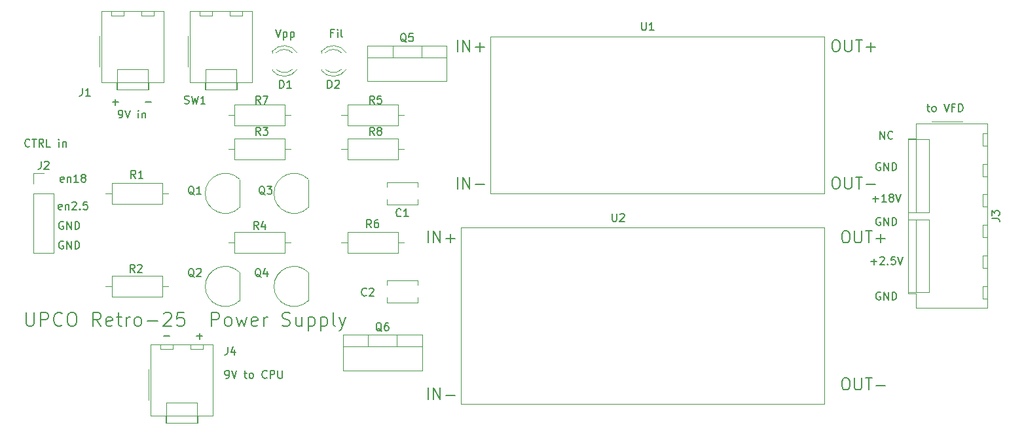
<source format=gbr>
%TF.GenerationSoftware,KiCad,Pcbnew,5.1.6-c6e7f7d~87~ubuntu20.04.1*%
%TF.CreationDate,2020-08-14T15:03:36-04:00*%
%TF.ProjectId,psu,7073752e-6b69-4636-9164-5f7063625858,rev?*%
%TF.SameCoordinates,Original*%
%TF.FileFunction,Legend,Top*%
%TF.FilePolarity,Positive*%
%FSLAX46Y46*%
G04 Gerber Fmt 4.6, Leading zero omitted, Abs format (unit mm)*
G04 Created by KiCad (PCBNEW 5.1.6-c6e7f7d~87~ubuntu20.04.1) date 2020-08-14 15:03:36*
%MOMM*%
%LPD*%
G01*
G04 APERTURE LIST*
%ADD10C,0.150000*%
%ADD11C,0.177800*%
%ADD12C,0.120000*%
%ADD13C,0.152400*%
G04 APERTURE END LIST*
D10*
X107338857Y-77652571D02*
X107005523Y-77652571D01*
X107005523Y-78176380D02*
X107005523Y-77176380D01*
X107481714Y-77176380D01*
X107862666Y-78176380D02*
X107862666Y-77509714D01*
X107862666Y-77176380D02*
X107815047Y-77224000D01*
X107862666Y-77271619D01*
X107910285Y-77224000D01*
X107862666Y-77176380D01*
X107862666Y-77271619D01*
X108481714Y-78176380D02*
X108386476Y-78128761D01*
X108338857Y-78033523D01*
X108338857Y-77176380D01*
X99853904Y-77176380D02*
X100187238Y-78176380D01*
X100520571Y-77176380D01*
X100853904Y-77509714D02*
X100853904Y-78509714D01*
X100853904Y-77557333D02*
X100949142Y-77509714D01*
X101139619Y-77509714D01*
X101234857Y-77557333D01*
X101282476Y-77604952D01*
X101330095Y-77700190D01*
X101330095Y-77985904D01*
X101282476Y-78081142D01*
X101234857Y-78128761D01*
X101139619Y-78176380D01*
X100949142Y-78176380D01*
X100853904Y-78128761D01*
X101758666Y-77509714D02*
X101758666Y-78509714D01*
X101758666Y-77557333D02*
X101853904Y-77509714D01*
X102044380Y-77509714D01*
X102139619Y-77557333D01*
X102187238Y-77604952D01*
X102234857Y-77700190D01*
X102234857Y-77985904D01*
X102187238Y-78081142D01*
X102139619Y-78128761D01*
X102044380Y-78176380D01*
X101853904Y-78176380D01*
X101758666Y-78128761D01*
X72390095Y-104656000D02*
X72294857Y-104608380D01*
X72152000Y-104608380D01*
X72009142Y-104656000D01*
X71913904Y-104751238D01*
X71866285Y-104846476D01*
X71818666Y-105036952D01*
X71818666Y-105179809D01*
X71866285Y-105370285D01*
X71913904Y-105465523D01*
X72009142Y-105560761D01*
X72152000Y-105608380D01*
X72247238Y-105608380D01*
X72390095Y-105560761D01*
X72437714Y-105513142D01*
X72437714Y-105179809D01*
X72247238Y-105179809D01*
X72866285Y-105608380D02*
X72866285Y-104608380D01*
X73437714Y-105608380D01*
X73437714Y-104608380D01*
X73913904Y-105608380D02*
X73913904Y-104608380D01*
X74152000Y-104608380D01*
X74294857Y-104656000D01*
X74390095Y-104751238D01*
X74437714Y-104846476D01*
X74485333Y-105036952D01*
X74485333Y-105179809D01*
X74437714Y-105370285D01*
X74390095Y-105465523D01*
X74294857Y-105560761D01*
X74152000Y-105608380D01*
X73913904Y-105608380D01*
X72390095Y-102116000D02*
X72294857Y-102068380D01*
X72152000Y-102068380D01*
X72009142Y-102116000D01*
X71913904Y-102211238D01*
X71866285Y-102306476D01*
X71818666Y-102496952D01*
X71818666Y-102639809D01*
X71866285Y-102830285D01*
X71913904Y-102925523D01*
X72009142Y-103020761D01*
X72152000Y-103068380D01*
X72247238Y-103068380D01*
X72390095Y-103020761D01*
X72437714Y-102973142D01*
X72437714Y-102639809D01*
X72247238Y-102639809D01*
X72866285Y-103068380D02*
X72866285Y-102068380D01*
X73437714Y-103068380D01*
X73437714Y-102068380D01*
X73913904Y-103068380D02*
X73913904Y-102068380D01*
X74152000Y-102068380D01*
X74294857Y-102116000D01*
X74390095Y-102211238D01*
X74437714Y-102306476D01*
X74485333Y-102496952D01*
X74485333Y-102639809D01*
X74437714Y-102830285D01*
X74390095Y-102925523D01*
X74294857Y-103020761D01*
X74152000Y-103068380D01*
X73913904Y-103068380D01*
X72207619Y-100480761D02*
X72112380Y-100528380D01*
X71921904Y-100528380D01*
X71826666Y-100480761D01*
X71779047Y-100385523D01*
X71779047Y-100004571D01*
X71826666Y-99909333D01*
X71921904Y-99861714D01*
X72112380Y-99861714D01*
X72207619Y-99909333D01*
X72255238Y-100004571D01*
X72255238Y-100099809D01*
X71779047Y-100195047D01*
X72683809Y-99861714D02*
X72683809Y-100528380D01*
X72683809Y-99956952D02*
X72731428Y-99909333D01*
X72826666Y-99861714D01*
X72969523Y-99861714D01*
X73064761Y-99909333D01*
X73112380Y-100004571D01*
X73112380Y-100528380D01*
X73540952Y-99623619D02*
X73588571Y-99576000D01*
X73683809Y-99528380D01*
X73921904Y-99528380D01*
X74017142Y-99576000D01*
X74064761Y-99623619D01*
X74112380Y-99718857D01*
X74112380Y-99814095D01*
X74064761Y-99956952D01*
X73493333Y-100528380D01*
X74112380Y-100528380D01*
X74540952Y-100433142D02*
X74588571Y-100480761D01*
X74540952Y-100528380D01*
X74493333Y-100480761D01*
X74540952Y-100433142D01*
X74540952Y-100528380D01*
X75493333Y-99528380D02*
X75017142Y-99528380D01*
X74969523Y-100004571D01*
X75017142Y-99956952D01*
X75112380Y-99909333D01*
X75350476Y-99909333D01*
X75445714Y-99956952D01*
X75493333Y-100004571D01*
X75540952Y-100099809D01*
X75540952Y-100337904D01*
X75493333Y-100433142D01*
X75445714Y-100480761D01*
X75350476Y-100528380D01*
X75112380Y-100528380D01*
X75017142Y-100480761D01*
X74969523Y-100433142D01*
X72445714Y-96924761D02*
X72350476Y-96972380D01*
X72160000Y-96972380D01*
X72064761Y-96924761D01*
X72017142Y-96829523D01*
X72017142Y-96448571D01*
X72064761Y-96353333D01*
X72160000Y-96305714D01*
X72350476Y-96305714D01*
X72445714Y-96353333D01*
X72493333Y-96448571D01*
X72493333Y-96543809D01*
X72017142Y-96639047D01*
X72921904Y-96305714D02*
X72921904Y-96972380D01*
X72921904Y-96400952D02*
X72969523Y-96353333D01*
X73064761Y-96305714D01*
X73207619Y-96305714D01*
X73302857Y-96353333D01*
X73350476Y-96448571D01*
X73350476Y-96972380D01*
X74350476Y-96972380D02*
X73779047Y-96972380D01*
X74064761Y-96972380D02*
X74064761Y-95972380D01*
X73969523Y-96115238D01*
X73874285Y-96210476D01*
X73779047Y-96258095D01*
X74921904Y-96400952D02*
X74826666Y-96353333D01*
X74779047Y-96305714D01*
X74731428Y-96210476D01*
X74731428Y-96162857D01*
X74779047Y-96067619D01*
X74826666Y-96020000D01*
X74921904Y-95972380D01*
X75112380Y-95972380D01*
X75207619Y-96020000D01*
X75255238Y-96067619D01*
X75302857Y-96162857D01*
X75302857Y-96210476D01*
X75255238Y-96305714D01*
X75207619Y-96353333D01*
X75112380Y-96400952D01*
X74921904Y-96400952D01*
X74826666Y-96448571D01*
X74779047Y-96496190D01*
X74731428Y-96591428D01*
X74731428Y-96781904D01*
X74779047Y-96877142D01*
X74826666Y-96924761D01*
X74921904Y-96972380D01*
X75112380Y-96972380D01*
X75207619Y-96924761D01*
X75255238Y-96877142D01*
X75302857Y-96781904D01*
X75302857Y-96591428D01*
X75255238Y-96496190D01*
X75207619Y-96448571D01*
X75112380Y-96400952D01*
X68056380Y-92305142D02*
X68008761Y-92352761D01*
X67865904Y-92400380D01*
X67770666Y-92400380D01*
X67627809Y-92352761D01*
X67532571Y-92257523D01*
X67484952Y-92162285D01*
X67437333Y-91971809D01*
X67437333Y-91828952D01*
X67484952Y-91638476D01*
X67532571Y-91543238D01*
X67627809Y-91448000D01*
X67770666Y-91400380D01*
X67865904Y-91400380D01*
X68008761Y-91448000D01*
X68056380Y-91495619D01*
X68342095Y-91400380D02*
X68913523Y-91400380D01*
X68627809Y-92400380D02*
X68627809Y-91400380D01*
X69818285Y-92400380D02*
X69484952Y-91924190D01*
X69246857Y-92400380D02*
X69246857Y-91400380D01*
X69627809Y-91400380D01*
X69723047Y-91448000D01*
X69770666Y-91495619D01*
X69818285Y-91590857D01*
X69818285Y-91733714D01*
X69770666Y-91828952D01*
X69723047Y-91876571D01*
X69627809Y-91924190D01*
X69246857Y-91924190D01*
X70723047Y-92400380D02*
X70246857Y-92400380D01*
X70246857Y-91400380D01*
X71818285Y-92400380D02*
X71818285Y-91733714D01*
X71818285Y-91400380D02*
X71770666Y-91448000D01*
X71818285Y-91495619D01*
X71865904Y-91448000D01*
X71818285Y-91400380D01*
X71818285Y-91495619D01*
X72294476Y-91733714D02*
X72294476Y-92400380D01*
X72294476Y-91828952D02*
X72342095Y-91781333D01*
X72437333Y-91733714D01*
X72580190Y-91733714D01*
X72675428Y-91781333D01*
X72723047Y-91876571D01*
X72723047Y-92400380D01*
X184055047Y-87161714D02*
X184436000Y-87161714D01*
X184197904Y-86828380D02*
X184197904Y-87685523D01*
X184245523Y-87780761D01*
X184340761Y-87828380D01*
X184436000Y-87828380D01*
X184912190Y-87828380D02*
X184816952Y-87780761D01*
X184769333Y-87733142D01*
X184721714Y-87637904D01*
X184721714Y-87352190D01*
X184769333Y-87256952D01*
X184816952Y-87209333D01*
X184912190Y-87161714D01*
X185055047Y-87161714D01*
X185150285Y-87209333D01*
X185197904Y-87256952D01*
X185245523Y-87352190D01*
X185245523Y-87637904D01*
X185197904Y-87733142D01*
X185150285Y-87780761D01*
X185055047Y-87828380D01*
X184912190Y-87828380D01*
X186293142Y-86828380D02*
X186626476Y-87828380D01*
X186959809Y-86828380D01*
X187626476Y-87304571D02*
X187293142Y-87304571D01*
X187293142Y-87828380D02*
X187293142Y-86828380D01*
X187769333Y-86828380D01*
X188150285Y-87828380D02*
X188150285Y-86828380D01*
X188388380Y-86828380D01*
X188531238Y-86876000D01*
X188626476Y-86971238D01*
X188674095Y-87066476D01*
X188721714Y-87256952D01*
X188721714Y-87399809D01*
X188674095Y-87590285D01*
X188626476Y-87685523D01*
X188531238Y-87780761D01*
X188388380Y-87828380D01*
X188150285Y-87828380D01*
X178054095Y-111260000D02*
X177958857Y-111212380D01*
X177816000Y-111212380D01*
X177673142Y-111260000D01*
X177577904Y-111355238D01*
X177530285Y-111450476D01*
X177482666Y-111640952D01*
X177482666Y-111783809D01*
X177530285Y-111974285D01*
X177577904Y-112069523D01*
X177673142Y-112164761D01*
X177816000Y-112212380D01*
X177911238Y-112212380D01*
X178054095Y-112164761D01*
X178101714Y-112117142D01*
X178101714Y-111783809D01*
X177911238Y-111783809D01*
X178530285Y-112212380D02*
X178530285Y-111212380D01*
X179101714Y-112212380D01*
X179101714Y-111212380D01*
X179577904Y-112212380D02*
X179577904Y-111212380D01*
X179816000Y-111212380D01*
X179958857Y-111260000D01*
X180054095Y-111355238D01*
X180101714Y-111450476D01*
X180149333Y-111640952D01*
X180149333Y-111783809D01*
X180101714Y-111974285D01*
X180054095Y-112069523D01*
X179958857Y-112164761D01*
X179816000Y-112212380D01*
X179577904Y-112212380D01*
X176816000Y-107259428D02*
X177577904Y-107259428D01*
X177196952Y-107640380D02*
X177196952Y-106878476D01*
X178006476Y-106735619D02*
X178054095Y-106688000D01*
X178149333Y-106640380D01*
X178387428Y-106640380D01*
X178482666Y-106688000D01*
X178530285Y-106735619D01*
X178577904Y-106830857D01*
X178577904Y-106926095D01*
X178530285Y-107068952D01*
X177958857Y-107640380D01*
X178577904Y-107640380D01*
X179006476Y-107545142D02*
X179054095Y-107592761D01*
X179006476Y-107640380D01*
X178958857Y-107592761D01*
X179006476Y-107545142D01*
X179006476Y-107640380D01*
X179958857Y-106640380D02*
X179482666Y-106640380D01*
X179435047Y-107116571D01*
X179482666Y-107068952D01*
X179577904Y-107021333D01*
X179816000Y-107021333D01*
X179911238Y-107068952D01*
X179958857Y-107116571D01*
X180006476Y-107211809D01*
X180006476Y-107449904D01*
X179958857Y-107545142D01*
X179911238Y-107592761D01*
X179816000Y-107640380D01*
X179577904Y-107640380D01*
X179482666Y-107592761D01*
X179435047Y-107545142D01*
X180292190Y-106640380D02*
X180625523Y-107640380D01*
X180958857Y-106640380D01*
X178054095Y-101608000D02*
X177958857Y-101560380D01*
X177816000Y-101560380D01*
X177673142Y-101608000D01*
X177577904Y-101703238D01*
X177530285Y-101798476D01*
X177482666Y-101988952D01*
X177482666Y-102131809D01*
X177530285Y-102322285D01*
X177577904Y-102417523D01*
X177673142Y-102512761D01*
X177816000Y-102560380D01*
X177911238Y-102560380D01*
X178054095Y-102512761D01*
X178101714Y-102465142D01*
X178101714Y-102131809D01*
X177911238Y-102131809D01*
X178530285Y-102560380D02*
X178530285Y-101560380D01*
X179101714Y-102560380D01*
X179101714Y-101560380D01*
X179577904Y-102560380D02*
X179577904Y-101560380D01*
X179816000Y-101560380D01*
X179958857Y-101608000D01*
X180054095Y-101703238D01*
X180101714Y-101798476D01*
X180149333Y-101988952D01*
X180149333Y-102131809D01*
X180101714Y-102322285D01*
X180054095Y-102417523D01*
X179958857Y-102512761D01*
X179816000Y-102560380D01*
X179577904Y-102560380D01*
X177054095Y-99131428D02*
X177816000Y-99131428D01*
X177435047Y-99512380D02*
X177435047Y-98750476D01*
X178816000Y-99512380D02*
X178244571Y-99512380D01*
X178530285Y-99512380D02*
X178530285Y-98512380D01*
X178435047Y-98655238D01*
X178339809Y-98750476D01*
X178244571Y-98798095D01*
X179387428Y-98940952D02*
X179292190Y-98893333D01*
X179244571Y-98845714D01*
X179196952Y-98750476D01*
X179196952Y-98702857D01*
X179244571Y-98607619D01*
X179292190Y-98560000D01*
X179387428Y-98512380D01*
X179577904Y-98512380D01*
X179673142Y-98560000D01*
X179720761Y-98607619D01*
X179768380Y-98702857D01*
X179768380Y-98750476D01*
X179720761Y-98845714D01*
X179673142Y-98893333D01*
X179577904Y-98940952D01*
X179387428Y-98940952D01*
X179292190Y-98988571D01*
X179244571Y-99036190D01*
X179196952Y-99131428D01*
X179196952Y-99321904D01*
X179244571Y-99417142D01*
X179292190Y-99464761D01*
X179387428Y-99512380D01*
X179577904Y-99512380D01*
X179673142Y-99464761D01*
X179720761Y-99417142D01*
X179768380Y-99321904D01*
X179768380Y-99131428D01*
X179720761Y-99036190D01*
X179673142Y-98988571D01*
X179577904Y-98940952D01*
X180054095Y-98512380D02*
X180387428Y-99512380D01*
X180720761Y-98512380D01*
X178054095Y-94496000D02*
X177958857Y-94448380D01*
X177816000Y-94448380D01*
X177673142Y-94496000D01*
X177577904Y-94591238D01*
X177530285Y-94686476D01*
X177482666Y-94876952D01*
X177482666Y-95019809D01*
X177530285Y-95210285D01*
X177577904Y-95305523D01*
X177673142Y-95400761D01*
X177816000Y-95448380D01*
X177911238Y-95448380D01*
X178054095Y-95400761D01*
X178101714Y-95353142D01*
X178101714Y-95019809D01*
X177911238Y-95019809D01*
X178530285Y-95448380D02*
X178530285Y-94448380D01*
X179101714Y-95448380D01*
X179101714Y-94448380D01*
X179577904Y-95448380D02*
X179577904Y-94448380D01*
X179816000Y-94448380D01*
X179958857Y-94496000D01*
X180054095Y-94591238D01*
X180101714Y-94686476D01*
X180149333Y-94876952D01*
X180149333Y-95019809D01*
X180101714Y-95210285D01*
X180054095Y-95305523D01*
X179958857Y-95400761D01*
X179816000Y-95448380D01*
X179577904Y-95448380D01*
X178030285Y-91384380D02*
X178030285Y-90384380D01*
X178601714Y-91384380D01*
X178601714Y-90384380D01*
X179649333Y-91289142D02*
X179601714Y-91336761D01*
X179458857Y-91384380D01*
X179363619Y-91384380D01*
X179220761Y-91336761D01*
X179125523Y-91241523D01*
X179077904Y-91146285D01*
X179030285Y-90955809D01*
X179030285Y-90812952D01*
X179077904Y-90622476D01*
X179125523Y-90527238D01*
X179220761Y-90432000D01*
X179363619Y-90384380D01*
X179458857Y-90384380D01*
X179601714Y-90432000D01*
X179649333Y-90479619D01*
X85360190Y-116911428D02*
X86122095Y-116911428D01*
X89645904Y-116911428D02*
X90407809Y-116911428D01*
X90026857Y-117292380D02*
X90026857Y-116530476D01*
X78756190Y-86622428D02*
X79518095Y-86622428D01*
X79137142Y-87003380D02*
X79137142Y-86241476D01*
X83041904Y-86622428D02*
X83803809Y-86622428D01*
X79589523Y-88653380D02*
X79780000Y-88653380D01*
X79875238Y-88605761D01*
X79922857Y-88558142D01*
X80018095Y-88415285D01*
X80065714Y-88224809D01*
X80065714Y-87843857D01*
X80018095Y-87748619D01*
X79970476Y-87701000D01*
X79875238Y-87653380D01*
X79684761Y-87653380D01*
X79589523Y-87701000D01*
X79541904Y-87748619D01*
X79494285Y-87843857D01*
X79494285Y-88081952D01*
X79541904Y-88177190D01*
X79589523Y-88224809D01*
X79684761Y-88272428D01*
X79875238Y-88272428D01*
X79970476Y-88224809D01*
X80018095Y-88177190D01*
X80065714Y-88081952D01*
X80351428Y-87653380D02*
X80684761Y-88653380D01*
X81018095Y-87653380D01*
X82113333Y-88653380D02*
X82113333Y-87986714D01*
X82113333Y-87653380D02*
X82065714Y-87701000D01*
X82113333Y-87748619D01*
X82160952Y-87701000D01*
X82113333Y-87653380D01*
X82113333Y-87748619D01*
X82589523Y-87986714D02*
X82589523Y-88653380D01*
X82589523Y-88081952D02*
X82637142Y-88034333D01*
X82732380Y-87986714D01*
X82875238Y-87986714D01*
X82970476Y-88034333D01*
X83018095Y-88129571D01*
X83018095Y-88653380D01*
X93385142Y-122372380D02*
X93575619Y-122372380D01*
X93670857Y-122324761D01*
X93718476Y-122277142D01*
X93813714Y-122134285D01*
X93861333Y-121943809D01*
X93861333Y-121562857D01*
X93813714Y-121467619D01*
X93766095Y-121420000D01*
X93670857Y-121372380D01*
X93480380Y-121372380D01*
X93385142Y-121420000D01*
X93337523Y-121467619D01*
X93289904Y-121562857D01*
X93289904Y-121800952D01*
X93337523Y-121896190D01*
X93385142Y-121943809D01*
X93480380Y-121991428D01*
X93670857Y-121991428D01*
X93766095Y-121943809D01*
X93813714Y-121896190D01*
X93861333Y-121800952D01*
X94147047Y-121372380D02*
X94480380Y-122372380D01*
X94813714Y-121372380D01*
X95766095Y-121705714D02*
X96147047Y-121705714D01*
X95908952Y-121372380D02*
X95908952Y-122229523D01*
X95956571Y-122324761D01*
X96051809Y-122372380D01*
X96147047Y-122372380D01*
X96623238Y-122372380D02*
X96528000Y-122324761D01*
X96480380Y-122277142D01*
X96432761Y-122181904D01*
X96432761Y-121896190D01*
X96480380Y-121800952D01*
X96528000Y-121753333D01*
X96623238Y-121705714D01*
X96766095Y-121705714D01*
X96861333Y-121753333D01*
X96908952Y-121800952D01*
X96956571Y-121896190D01*
X96956571Y-122181904D01*
X96908952Y-122277142D01*
X96861333Y-122324761D01*
X96766095Y-122372380D01*
X96623238Y-122372380D01*
X98718476Y-122277142D02*
X98670857Y-122324761D01*
X98528000Y-122372380D01*
X98432761Y-122372380D01*
X98289904Y-122324761D01*
X98194666Y-122229523D01*
X98147047Y-122134285D01*
X98099428Y-121943809D01*
X98099428Y-121800952D01*
X98147047Y-121610476D01*
X98194666Y-121515238D01*
X98289904Y-121420000D01*
X98432761Y-121372380D01*
X98528000Y-121372380D01*
X98670857Y-121420000D01*
X98718476Y-121467619D01*
X99147047Y-122372380D02*
X99147047Y-121372380D01*
X99528000Y-121372380D01*
X99623238Y-121420000D01*
X99670857Y-121467619D01*
X99718476Y-121562857D01*
X99718476Y-121705714D01*
X99670857Y-121800952D01*
X99623238Y-121848571D01*
X99528000Y-121896190D01*
X99147047Y-121896190D01*
X100147047Y-121372380D02*
X100147047Y-122181904D01*
X100194666Y-122277142D01*
X100242285Y-122324761D01*
X100337523Y-122372380D01*
X100528000Y-122372380D01*
X100623238Y-122324761D01*
X100670857Y-122277142D01*
X100718476Y-122181904D01*
X100718476Y-121372380D01*
D11*
X67594903Y-113834333D02*
X67594903Y-115273666D01*
X67679570Y-115443000D01*
X67764236Y-115527666D01*
X67933570Y-115612333D01*
X68272236Y-115612333D01*
X68441570Y-115527666D01*
X68526236Y-115443000D01*
X68610903Y-115273666D01*
X68610903Y-113834333D01*
X69457570Y-115612333D02*
X69457570Y-113834333D01*
X70134903Y-113834333D01*
X70304236Y-113919000D01*
X70388903Y-114003666D01*
X70473570Y-114173000D01*
X70473570Y-114427000D01*
X70388903Y-114596333D01*
X70304236Y-114681000D01*
X70134903Y-114765666D01*
X69457570Y-114765666D01*
X72251570Y-115443000D02*
X72166903Y-115527666D01*
X71912903Y-115612333D01*
X71743570Y-115612333D01*
X71489570Y-115527666D01*
X71320236Y-115358333D01*
X71235570Y-115189000D01*
X71150903Y-114850333D01*
X71150903Y-114596333D01*
X71235570Y-114257666D01*
X71320236Y-114088333D01*
X71489570Y-113919000D01*
X71743570Y-113834333D01*
X71912903Y-113834333D01*
X72166903Y-113919000D01*
X72251570Y-114003666D01*
X73352236Y-113834333D02*
X73690903Y-113834333D01*
X73860236Y-113919000D01*
X74029570Y-114088333D01*
X74114236Y-114427000D01*
X74114236Y-115019666D01*
X74029570Y-115358333D01*
X73860236Y-115527666D01*
X73690903Y-115612333D01*
X73352236Y-115612333D01*
X73182903Y-115527666D01*
X73013570Y-115358333D01*
X72928903Y-115019666D01*
X72928903Y-114427000D01*
X73013570Y-114088333D01*
X73182903Y-113919000D01*
X73352236Y-113834333D01*
X77246903Y-115612333D02*
X76654236Y-114765666D01*
X76230903Y-115612333D02*
X76230903Y-113834333D01*
X76908236Y-113834333D01*
X77077570Y-113919000D01*
X77162236Y-114003666D01*
X77246903Y-114173000D01*
X77246903Y-114427000D01*
X77162236Y-114596333D01*
X77077570Y-114681000D01*
X76908236Y-114765666D01*
X76230903Y-114765666D01*
X78686236Y-115527666D02*
X78516903Y-115612333D01*
X78178236Y-115612333D01*
X78008903Y-115527666D01*
X77924236Y-115358333D01*
X77924236Y-114681000D01*
X78008903Y-114511666D01*
X78178236Y-114427000D01*
X78516903Y-114427000D01*
X78686236Y-114511666D01*
X78770903Y-114681000D01*
X78770903Y-114850333D01*
X77924236Y-115019666D01*
X79278903Y-114427000D02*
X79956236Y-114427000D01*
X79532903Y-113834333D02*
X79532903Y-115358333D01*
X79617570Y-115527666D01*
X79786903Y-115612333D01*
X79956236Y-115612333D01*
X80548903Y-115612333D02*
X80548903Y-114427000D01*
X80548903Y-114765666D02*
X80633570Y-114596333D01*
X80718236Y-114511666D01*
X80887570Y-114427000D01*
X81056903Y-114427000D01*
X81903570Y-115612333D02*
X81734236Y-115527666D01*
X81649570Y-115443000D01*
X81564903Y-115273666D01*
X81564903Y-114765666D01*
X81649570Y-114596333D01*
X81734236Y-114511666D01*
X81903570Y-114427000D01*
X82157570Y-114427000D01*
X82326903Y-114511666D01*
X82411570Y-114596333D01*
X82496236Y-114765666D01*
X82496236Y-115273666D01*
X82411570Y-115443000D01*
X82326903Y-115527666D01*
X82157570Y-115612333D01*
X81903570Y-115612333D01*
X83258236Y-114935000D02*
X84612903Y-114935000D01*
X85374903Y-114003666D02*
X85459570Y-113919000D01*
X85628903Y-113834333D01*
X86052236Y-113834333D01*
X86221570Y-113919000D01*
X86306236Y-114003666D01*
X86390903Y-114173000D01*
X86390903Y-114342333D01*
X86306236Y-114596333D01*
X85290236Y-115612333D01*
X86390903Y-115612333D01*
X87999570Y-113834333D02*
X87152903Y-113834333D01*
X87068236Y-114681000D01*
X87152903Y-114596333D01*
X87322236Y-114511666D01*
X87745570Y-114511666D01*
X87914903Y-114596333D01*
X87999570Y-114681000D01*
X88084236Y-114850333D01*
X88084236Y-115273666D01*
X87999570Y-115443000D01*
X87914903Y-115527666D01*
X87745570Y-115612333D01*
X87322236Y-115612333D01*
X87152903Y-115527666D01*
X87068236Y-115443000D01*
X91555570Y-115612333D02*
X91555570Y-113834333D01*
X92232903Y-113834333D01*
X92402236Y-113919000D01*
X92486903Y-114003666D01*
X92571570Y-114173000D01*
X92571570Y-114427000D01*
X92486903Y-114596333D01*
X92402236Y-114681000D01*
X92232903Y-114765666D01*
X91555570Y-114765666D01*
X93587570Y-115612333D02*
X93418236Y-115527666D01*
X93333570Y-115443000D01*
X93248903Y-115273666D01*
X93248903Y-114765666D01*
X93333570Y-114596333D01*
X93418236Y-114511666D01*
X93587570Y-114427000D01*
X93841570Y-114427000D01*
X94010903Y-114511666D01*
X94095570Y-114596333D01*
X94180236Y-114765666D01*
X94180236Y-115273666D01*
X94095570Y-115443000D01*
X94010903Y-115527666D01*
X93841570Y-115612333D01*
X93587570Y-115612333D01*
X94772903Y-114427000D02*
X95111570Y-115612333D01*
X95450236Y-114765666D01*
X95788903Y-115612333D01*
X96127570Y-114427000D01*
X97482236Y-115527666D02*
X97312903Y-115612333D01*
X96974236Y-115612333D01*
X96804903Y-115527666D01*
X96720236Y-115358333D01*
X96720236Y-114681000D01*
X96804903Y-114511666D01*
X96974236Y-114427000D01*
X97312903Y-114427000D01*
X97482236Y-114511666D01*
X97566903Y-114681000D01*
X97566903Y-114850333D01*
X96720236Y-115019666D01*
X98328903Y-115612333D02*
X98328903Y-114427000D01*
X98328903Y-114765666D02*
X98413570Y-114596333D01*
X98498236Y-114511666D01*
X98667570Y-114427000D01*
X98836903Y-114427000D01*
X100699570Y-115527666D02*
X100953570Y-115612333D01*
X101376903Y-115612333D01*
X101546236Y-115527666D01*
X101630903Y-115443000D01*
X101715570Y-115273666D01*
X101715570Y-115104333D01*
X101630903Y-114935000D01*
X101546236Y-114850333D01*
X101376903Y-114765666D01*
X101038236Y-114681000D01*
X100868903Y-114596333D01*
X100784236Y-114511666D01*
X100699570Y-114342333D01*
X100699570Y-114173000D01*
X100784236Y-114003666D01*
X100868903Y-113919000D01*
X101038236Y-113834333D01*
X101461570Y-113834333D01*
X101715570Y-113919000D01*
X103239570Y-114427000D02*
X103239570Y-115612333D01*
X102477570Y-114427000D02*
X102477570Y-115358333D01*
X102562236Y-115527666D01*
X102731570Y-115612333D01*
X102985570Y-115612333D01*
X103154903Y-115527666D01*
X103239570Y-115443000D01*
X104086236Y-114427000D02*
X104086236Y-116205000D01*
X104086236Y-114511666D02*
X104255570Y-114427000D01*
X104594236Y-114427000D01*
X104763570Y-114511666D01*
X104848236Y-114596333D01*
X104932903Y-114765666D01*
X104932903Y-115273666D01*
X104848236Y-115443000D01*
X104763570Y-115527666D01*
X104594236Y-115612333D01*
X104255570Y-115612333D01*
X104086236Y-115527666D01*
X105694903Y-114427000D02*
X105694903Y-116205000D01*
X105694903Y-114511666D02*
X105864236Y-114427000D01*
X106202903Y-114427000D01*
X106372236Y-114511666D01*
X106456903Y-114596333D01*
X106541570Y-114765666D01*
X106541570Y-115273666D01*
X106456903Y-115443000D01*
X106372236Y-115527666D01*
X106202903Y-115612333D01*
X105864236Y-115612333D01*
X105694903Y-115527666D01*
X107557570Y-115612333D02*
X107388236Y-115527666D01*
X107303570Y-115358333D01*
X107303570Y-113834333D01*
X108065570Y-114427000D02*
X108488903Y-115612333D01*
X108912236Y-114427000D02*
X108488903Y-115612333D01*
X108319570Y-116035666D01*
X108234903Y-116120333D01*
X108065570Y-116205000D01*
D12*
%TO.C,R7*%
X101830000Y-88265000D02*
X101060000Y-88265000D01*
X93750000Y-88265000D02*
X94520000Y-88265000D01*
X101060000Y-86895000D02*
X94520000Y-86895000D01*
X101060000Y-89635000D02*
X101060000Y-86895000D01*
X94520000Y-89635000D02*
X101060000Y-89635000D01*
X94520000Y-86895000D02*
X94520000Y-89635000D01*
%TO.C,R8*%
X108355000Y-88265000D02*
X109125000Y-88265000D01*
X116435000Y-88265000D02*
X115665000Y-88265000D01*
X109125000Y-89635000D02*
X115665000Y-89635000D01*
X109125000Y-86895000D02*
X109125000Y-89635000D01*
X115665000Y-86895000D02*
X109125000Y-86895000D01*
X115665000Y-89635000D02*
X115665000Y-86895000D01*
%TO.C,C1*%
X118245000Y-99845000D02*
X114205000Y-99845000D01*
X118245000Y-97005000D02*
X114205000Y-97005000D01*
X118245000Y-99845000D02*
X118245000Y-99220000D01*
X118245000Y-97630000D02*
X118245000Y-97005000D01*
X114205000Y-99845000D02*
X114205000Y-99220000D01*
X114205000Y-97630000D02*
X114205000Y-97005000D01*
%TO.C,C2*%
X114205000Y-110330000D02*
X114205000Y-109705000D01*
X114205000Y-112545000D02*
X114205000Y-111920000D01*
X118245000Y-110330000D02*
X118245000Y-109705000D01*
X118245000Y-112545000D02*
X118245000Y-111920000D01*
X118245000Y-109705000D02*
X114205000Y-109705000D01*
X118245000Y-112545000D02*
X114205000Y-112545000D01*
%TO.C,D1*%
X99405000Y-82360000D02*
X99405000Y-82516000D01*
X99405000Y-80044000D02*
X99405000Y-80200000D01*
X102637335Y-80201392D02*
G75*
G03*
X99405000Y-80044484I-1672335J-1078608D01*
G01*
X102637335Y-82358608D02*
G75*
G02*
X99405000Y-82515516I-1672335J1078608D01*
G01*
X102006130Y-80200163D02*
G75*
G03*
X99924039Y-80200000I-1041130J-1079837D01*
G01*
X102006130Y-82359837D02*
G75*
G02*
X99924039Y-82360000I-1041130J1079837D01*
G01*
%TO.C,D2*%
X105755000Y-80044000D02*
X105755000Y-80200000D01*
X105755000Y-82360000D02*
X105755000Y-82516000D01*
X108356130Y-82359837D02*
G75*
G02*
X106274039Y-82360000I-1041130J1079837D01*
G01*
X108356130Y-80200163D02*
G75*
G03*
X106274039Y-80200000I-1041130J-1079837D01*
G01*
X108987335Y-82358608D02*
G75*
G02*
X105755000Y-82515516I-1672335J1078608D01*
G01*
X108987335Y-80201392D02*
G75*
G03*
X105755000Y-80044484I-1672335J-1078608D01*
G01*
%TO.C,J1*%
X84135000Y-75390000D02*
X84135000Y-74790000D01*
X82535000Y-75390000D02*
X84135000Y-75390000D01*
X82535000Y-74790000D02*
X82535000Y-75390000D01*
X80175000Y-75390000D02*
X80175000Y-74790000D01*
X78575000Y-75390000D02*
X80175000Y-75390000D01*
X78575000Y-74790000D02*
X78575000Y-75390000D01*
X83335000Y-82350000D02*
X83335000Y-84020000D01*
X79375000Y-82350000D02*
X83335000Y-82350000D01*
X79375000Y-84020000D02*
X79375000Y-82350000D01*
X83335000Y-84020000D02*
X83335000Y-85020000D01*
X79375000Y-84020000D02*
X83335000Y-84020000D01*
X79375000Y-85020000D02*
X79375000Y-84020000D01*
X77065000Y-78010000D02*
X77065000Y-82010000D01*
X77355000Y-84015000D02*
X77355000Y-74790000D01*
X79260000Y-84015000D02*
X77355000Y-84015000D01*
X79260000Y-85020000D02*
X79260000Y-84015000D01*
X83450000Y-85020000D02*
X79260000Y-85020000D01*
X83450000Y-84015000D02*
X83450000Y-85020000D01*
X85355000Y-84015000D02*
X83450000Y-84015000D01*
X85355000Y-74790000D02*
X85355000Y-84015000D01*
X77355000Y-74790000D02*
X85355000Y-74790000D01*
%TO.C,J2*%
X68520000Y-95825000D02*
X69850000Y-95825000D01*
X68520000Y-97155000D02*
X68520000Y-95825000D01*
X68520000Y-98425000D02*
X71180000Y-98425000D01*
X71180000Y-98425000D02*
X71180000Y-106105000D01*
X68520000Y-98425000D02*
X68520000Y-106105000D01*
X68520000Y-106105000D02*
X71180000Y-106105000D01*
%TO.C,J3*%
X191310000Y-112040000D02*
X191910000Y-112040000D01*
X191310000Y-110440000D02*
X191310000Y-112040000D01*
X191910000Y-110440000D02*
X191310000Y-110440000D01*
X191310000Y-108080000D02*
X191910000Y-108080000D01*
X191310000Y-106480000D02*
X191310000Y-108080000D01*
X191910000Y-106480000D02*
X191310000Y-106480000D01*
X191310000Y-104120000D02*
X191910000Y-104120000D01*
X191310000Y-102520000D02*
X191310000Y-104120000D01*
X191910000Y-102520000D02*
X191310000Y-102520000D01*
X191310000Y-100160000D02*
X191910000Y-100160000D01*
X191310000Y-98560000D02*
X191310000Y-100160000D01*
X191910000Y-98560000D02*
X191310000Y-98560000D01*
X191310000Y-96200000D02*
X191910000Y-96200000D01*
X191310000Y-94600000D02*
X191310000Y-96200000D01*
X191910000Y-94600000D02*
X191310000Y-94600000D01*
X191310000Y-92240000D02*
X191910000Y-92240000D01*
X191310000Y-90640000D02*
X191310000Y-92240000D01*
X191910000Y-90640000D02*
X191310000Y-90640000D01*
X184350000Y-111240000D02*
X182680000Y-111240000D01*
X184350000Y-101820000D02*
X184350000Y-111240000D01*
X182680000Y-101820000D02*
X184350000Y-101820000D01*
X182680000Y-111240000D02*
X181680000Y-111240000D01*
X182680000Y-101820000D02*
X182680000Y-111240000D01*
X181680000Y-101820000D02*
X182680000Y-101820000D01*
X184350000Y-100860000D02*
X182680000Y-100860000D01*
X184350000Y-91440000D02*
X184350000Y-100860000D01*
X182680000Y-91440000D02*
X184350000Y-91440000D01*
X182680000Y-100860000D02*
X181680000Y-100860000D01*
X182680000Y-91440000D02*
X182680000Y-100860000D01*
X181680000Y-91440000D02*
X182680000Y-91440000D01*
X188690000Y-89130000D02*
X184690000Y-89130000D01*
X182685000Y-89420000D02*
X191910000Y-89420000D01*
X182685000Y-91325000D02*
X182685000Y-89420000D01*
X181680000Y-91325000D02*
X182685000Y-91325000D01*
X181680000Y-111355000D02*
X181680000Y-91325000D01*
X182685000Y-111355000D02*
X181680000Y-111355000D01*
X182685000Y-113260000D02*
X182685000Y-111355000D01*
X191910000Y-113260000D02*
X182685000Y-113260000D01*
X191910000Y-89420000D02*
X191910000Y-113260000D01*
%TO.C,Q1*%
X95195000Y-100225000D02*
X95195000Y-96625000D01*
X95183478Y-96586522D02*
G75*
G03*
X90745000Y-98425000I-1838478J-1838478D01*
G01*
X95183478Y-100263478D02*
G75*
G02*
X90745000Y-98425000I-1838478J1838478D01*
G01*
%TO.C,Q2*%
X95195000Y-112290000D02*
X95195000Y-108690000D01*
X95183478Y-108651522D02*
G75*
G03*
X90745000Y-110490000I-1838478J-1838478D01*
G01*
X95183478Y-112328478D02*
G75*
G02*
X90745000Y-110490000I-1838478J1838478D01*
G01*
%TO.C,Q3*%
X104085000Y-100225000D02*
X104085000Y-96625000D01*
X104073478Y-100263478D02*
G75*
G02*
X99635000Y-98425000I-1838478J1838478D01*
G01*
X104073478Y-96586522D02*
G75*
G03*
X99635000Y-98425000I-1838478J-1838478D01*
G01*
%TO.C,Q4*%
X104085000Y-112290000D02*
X104085000Y-108690000D01*
X104073478Y-112328478D02*
G75*
G02*
X99635000Y-110490000I-1838478J1838478D01*
G01*
X104073478Y-108651522D02*
G75*
G03*
X99635000Y-110490000I-1838478J-1838478D01*
G01*
%TO.C,Q5*%
X118691000Y-79280000D02*
X118691000Y-80790000D01*
X114990000Y-79280000D02*
X114990000Y-80790000D01*
X111720000Y-80790000D02*
X121960000Y-80790000D01*
X121960000Y-79280000D02*
X121960000Y-83921000D01*
X111720000Y-79280000D02*
X111720000Y-83921000D01*
X111720000Y-83921000D02*
X121960000Y-83921000D01*
X111720000Y-79280000D02*
X121960000Y-79280000D01*
%TO.C,Q6*%
X108545000Y-116745000D02*
X118785000Y-116745000D01*
X108545000Y-121386000D02*
X118785000Y-121386000D01*
X108545000Y-116745000D02*
X108545000Y-121386000D01*
X118785000Y-116745000D02*
X118785000Y-121386000D01*
X108545000Y-118255000D02*
X118785000Y-118255000D01*
X111815000Y-116745000D02*
X111815000Y-118255000D01*
X115516000Y-116745000D02*
X115516000Y-118255000D01*
%TO.C,R1*%
X77875000Y-98425000D02*
X78645000Y-98425000D01*
X85955000Y-98425000D02*
X85185000Y-98425000D01*
X78645000Y-99795000D02*
X85185000Y-99795000D01*
X78645000Y-97055000D02*
X78645000Y-99795000D01*
X85185000Y-97055000D02*
X78645000Y-97055000D01*
X85185000Y-99795000D02*
X85185000Y-97055000D01*
%TO.C,R2*%
X85185000Y-111860000D02*
X85185000Y-109120000D01*
X85185000Y-109120000D02*
X78645000Y-109120000D01*
X78645000Y-109120000D02*
X78645000Y-111860000D01*
X78645000Y-111860000D02*
X85185000Y-111860000D01*
X85955000Y-110490000D02*
X85185000Y-110490000D01*
X77875000Y-110490000D02*
X78645000Y-110490000D01*
%TO.C,R3*%
X101060000Y-94080000D02*
X101060000Y-91340000D01*
X101060000Y-91340000D02*
X94520000Y-91340000D01*
X94520000Y-91340000D02*
X94520000Y-94080000D01*
X94520000Y-94080000D02*
X101060000Y-94080000D01*
X101830000Y-92710000D02*
X101060000Y-92710000D01*
X93750000Y-92710000D02*
X94520000Y-92710000D01*
%TO.C,R4*%
X93750000Y-104775000D02*
X94520000Y-104775000D01*
X101830000Y-104775000D02*
X101060000Y-104775000D01*
X94520000Y-106145000D02*
X101060000Y-106145000D01*
X94520000Y-103405000D02*
X94520000Y-106145000D01*
X101060000Y-103405000D02*
X94520000Y-103405000D01*
X101060000Y-106145000D02*
X101060000Y-103405000D01*
%TO.C,R5*%
X116435000Y-92710000D02*
X115665000Y-92710000D01*
X108355000Y-92710000D02*
X109125000Y-92710000D01*
X115665000Y-91340000D02*
X109125000Y-91340000D01*
X115665000Y-94080000D02*
X115665000Y-91340000D01*
X109125000Y-94080000D02*
X115665000Y-94080000D01*
X109125000Y-91340000D02*
X109125000Y-94080000D01*
%TO.C,R6*%
X109125000Y-103405000D02*
X109125000Y-106145000D01*
X109125000Y-106145000D02*
X115665000Y-106145000D01*
X115665000Y-106145000D02*
X115665000Y-103405000D01*
X115665000Y-103405000D02*
X109125000Y-103405000D01*
X108355000Y-104775000D02*
X109125000Y-104775000D01*
X116435000Y-104775000D02*
X115665000Y-104775000D01*
%TO.C,SW1*%
X88785000Y-74790000D02*
X96785000Y-74790000D01*
X96785000Y-74790000D02*
X96785000Y-84015000D01*
X96785000Y-84015000D02*
X94880000Y-84015000D01*
X94880000Y-84015000D02*
X94880000Y-85020000D01*
X94880000Y-85020000D02*
X90690000Y-85020000D01*
X90690000Y-85020000D02*
X90690000Y-84015000D01*
X90690000Y-84015000D02*
X88785000Y-84015000D01*
X88785000Y-84015000D02*
X88785000Y-74790000D01*
X88495000Y-78010000D02*
X88495000Y-82010000D01*
X90805000Y-85020000D02*
X90805000Y-84020000D01*
X90805000Y-84020000D02*
X94765000Y-84020000D01*
X94765000Y-84020000D02*
X94765000Y-85020000D01*
X90805000Y-84020000D02*
X90805000Y-82350000D01*
X90805000Y-82350000D02*
X94765000Y-82350000D01*
X94765000Y-82350000D02*
X94765000Y-84020000D01*
X90005000Y-74790000D02*
X90005000Y-75390000D01*
X90005000Y-75390000D02*
X91605000Y-75390000D01*
X91605000Y-75390000D02*
X91605000Y-74790000D01*
X93965000Y-74790000D02*
X93965000Y-75390000D01*
X93965000Y-75390000D02*
X95565000Y-75390000D01*
X95565000Y-75390000D02*
X95565000Y-74790000D01*
%TO.C,U1*%
X127635000Y-98425000D02*
X127635000Y-78105000D01*
X170815000Y-98425000D02*
X127635000Y-98425000D01*
X170815000Y-78105000D02*
X170815000Y-98425000D01*
X127635000Y-78105000D02*
X170815000Y-78105000D01*
%TO.C,U2*%
X123825000Y-120650000D02*
X123825000Y-125730000D01*
X167005000Y-102870000D02*
X170815000Y-102870000D01*
X123825000Y-123190000D02*
X123825000Y-102870000D01*
X170815000Y-125730000D02*
X123825000Y-125730000D01*
X170815000Y-102870000D02*
X170815000Y-125730000D01*
X123825000Y-102870000D02*
X167005000Y-102870000D01*
%TO.C,J4*%
X90485000Y-118570000D02*
X90485000Y-117970000D01*
X88885000Y-118570000D02*
X90485000Y-118570000D01*
X88885000Y-117970000D02*
X88885000Y-118570000D01*
X86525000Y-118570000D02*
X86525000Y-117970000D01*
X84925000Y-118570000D02*
X86525000Y-118570000D01*
X84925000Y-117970000D02*
X84925000Y-118570000D01*
X89685000Y-125530000D02*
X89685000Y-127200000D01*
X85725000Y-125530000D02*
X89685000Y-125530000D01*
X85725000Y-127200000D02*
X85725000Y-125530000D01*
X89685000Y-127200000D02*
X89685000Y-128200000D01*
X85725000Y-127200000D02*
X89685000Y-127200000D01*
X85725000Y-128200000D02*
X85725000Y-127200000D01*
X83415000Y-121190000D02*
X83415000Y-125190000D01*
X83705000Y-127195000D02*
X83705000Y-117970000D01*
X85610000Y-127195000D02*
X83705000Y-127195000D01*
X85610000Y-128200000D02*
X85610000Y-127195000D01*
X89800000Y-128200000D02*
X85610000Y-128200000D01*
X89800000Y-127195000D02*
X89800000Y-128200000D01*
X91705000Y-127195000D02*
X89800000Y-127195000D01*
X91705000Y-117970000D02*
X91705000Y-127195000D01*
X83705000Y-117970000D02*
X91705000Y-117970000D01*
%TO.C,R7*%
D10*
X97877333Y-86812380D02*
X97544000Y-86336190D01*
X97305904Y-86812380D02*
X97305904Y-85812380D01*
X97686857Y-85812380D01*
X97782095Y-85860000D01*
X97829714Y-85907619D01*
X97877333Y-86002857D01*
X97877333Y-86145714D01*
X97829714Y-86240952D01*
X97782095Y-86288571D01*
X97686857Y-86336190D01*
X97305904Y-86336190D01*
X98210666Y-85812380D02*
X98877333Y-85812380D01*
X98448761Y-86812380D01*
%TO.C,R8*%
X112609333Y-90876380D02*
X112276000Y-90400190D01*
X112037904Y-90876380D02*
X112037904Y-89876380D01*
X112418857Y-89876380D01*
X112514095Y-89924000D01*
X112561714Y-89971619D01*
X112609333Y-90066857D01*
X112609333Y-90209714D01*
X112561714Y-90304952D01*
X112514095Y-90352571D01*
X112418857Y-90400190D01*
X112037904Y-90400190D01*
X113180761Y-90304952D02*
X113085523Y-90257333D01*
X113037904Y-90209714D01*
X112990285Y-90114476D01*
X112990285Y-90066857D01*
X113037904Y-89971619D01*
X113085523Y-89924000D01*
X113180761Y-89876380D01*
X113371238Y-89876380D01*
X113466476Y-89924000D01*
X113514095Y-89971619D01*
X113561714Y-90066857D01*
X113561714Y-90114476D01*
X113514095Y-90209714D01*
X113466476Y-90257333D01*
X113371238Y-90304952D01*
X113180761Y-90304952D01*
X113085523Y-90352571D01*
X113037904Y-90400190D01*
X112990285Y-90495428D01*
X112990285Y-90685904D01*
X113037904Y-90781142D01*
X113085523Y-90828761D01*
X113180761Y-90876380D01*
X113371238Y-90876380D01*
X113466476Y-90828761D01*
X113514095Y-90781142D01*
X113561714Y-90685904D01*
X113561714Y-90495428D01*
X113514095Y-90400190D01*
X113466476Y-90352571D01*
X113371238Y-90304952D01*
%TO.C,C1*%
X116058333Y-101332142D02*
X116010714Y-101379761D01*
X115867857Y-101427380D01*
X115772619Y-101427380D01*
X115629761Y-101379761D01*
X115534523Y-101284523D01*
X115486904Y-101189285D01*
X115439285Y-100998809D01*
X115439285Y-100855952D01*
X115486904Y-100665476D01*
X115534523Y-100570238D01*
X115629761Y-100475000D01*
X115772619Y-100427380D01*
X115867857Y-100427380D01*
X116010714Y-100475000D01*
X116058333Y-100522619D01*
X117010714Y-101427380D02*
X116439285Y-101427380D01*
X116725000Y-101427380D02*
X116725000Y-100427380D01*
X116629761Y-100570238D01*
X116534523Y-100665476D01*
X116439285Y-100713095D01*
%TO.C,C2*%
X111593333Y-111609142D02*
X111545714Y-111656761D01*
X111402857Y-111704380D01*
X111307619Y-111704380D01*
X111164761Y-111656761D01*
X111069523Y-111561523D01*
X111021904Y-111466285D01*
X110974285Y-111275809D01*
X110974285Y-111132952D01*
X111021904Y-110942476D01*
X111069523Y-110847238D01*
X111164761Y-110752000D01*
X111307619Y-110704380D01*
X111402857Y-110704380D01*
X111545714Y-110752000D01*
X111593333Y-110799619D01*
X111974285Y-110799619D02*
X112021904Y-110752000D01*
X112117142Y-110704380D01*
X112355238Y-110704380D01*
X112450476Y-110752000D01*
X112498095Y-110799619D01*
X112545714Y-110894857D01*
X112545714Y-110990095D01*
X112498095Y-111132952D01*
X111926666Y-111704380D01*
X112545714Y-111704380D01*
%TO.C,D1*%
X100353904Y-84780380D02*
X100353904Y-83780380D01*
X100592000Y-83780380D01*
X100734857Y-83828000D01*
X100830095Y-83923238D01*
X100877714Y-84018476D01*
X100925333Y-84208952D01*
X100925333Y-84351809D01*
X100877714Y-84542285D01*
X100830095Y-84637523D01*
X100734857Y-84732761D01*
X100592000Y-84780380D01*
X100353904Y-84780380D01*
X101877714Y-84780380D02*
X101306285Y-84780380D01*
X101592000Y-84780380D02*
X101592000Y-83780380D01*
X101496761Y-83923238D01*
X101401523Y-84018476D01*
X101306285Y-84066095D01*
%TO.C,D2*%
X106576904Y-84780380D02*
X106576904Y-83780380D01*
X106815000Y-83780380D01*
X106957857Y-83828000D01*
X107053095Y-83923238D01*
X107100714Y-84018476D01*
X107148333Y-84208952D01*
X107148333Y-84351809D01*
X107100714Y-84542285D01*
X107053095Y-84637523D01*
X106957857Y-84732761D01*
X106815000Y-84780380D01*
X106576904Y-84780380D01*
X107529285Y-83875619D02*
X107576904Y-83828000D01*
X107672142Y-83780380D01*
X107910238Y-83780380D01*
X108005476Y-83828000D01*
X108053095Y-83875619D01*
X108100714Y-83970857D01*
X108100714Y-84066095D01*
X108053095Y-84208952D01*
X107481666Y-84780380D01*
X108100714Y-84780380D01*
%TO.C,J1*%
X74850666Y-84796380D02*
X74850666Y-85510666D01*
X74803047Y-85653523D01*
X74707809Y-85748761D01*
X74564952Y-85796380D01*
X74469714Y-85796380D01*
X75850666Y-85796380D02*
X75279238Y-85796380D01*
X75564952Y-85796380D02*
X75564952Y-84796380D01*
X75469714Y-84939238D01*
X75374476Y-85034476D01*
X75279238Y-85082095D01*
%TO.C,J2*%
X69516666Y-94277380D02*
X69516666Y-94991666D01*
X69469047Y-95134523D01*
X69373809Y-95229761D01*
X69230952Y-95277380D01*
X69135714Y-95277380D01*
X69945238Y-94372619D02*
X69992857Y-94325000D01*
X70088095Y-94277380D01*
X70326190Y-94277380D01*
X70421428Y-94325000D01*
X70469047Y-94372619D01*
X70516666Y-94467857D01*
X70516666Y-94563095D01*
X70469047Y-94705952D01*
X69897619Y-95277380D01*
X70516666Y-95277380D01*
%TO.C,J3*%
X192452380Y-101673333D02*
X193166666Y-101673333D01*
X193309523Y-101720952D01*
X193404761Y-101816190D01*
X193452380Y-101959047D01*
X193452380Y-102054285D01*
X192452380Y-101292380D02*
X192452380Y-100673333D01*
X192833333Y-101006666D01*
X192833333Y-100863809D01*
X192880952Y-100768571D01*
X192928571Y-100720952D01*
X193023809Y-100673333D01*
X193261904Y-100673333D01*
X193357142Y-100720952D01*
X193404761Y-100768571D01*
X193452380Y-100863809D01*
X193452380Y-101149523D01*
X193404761Y-101244761D01*
X193357142Y-101292380D01*
%TO.C,Q1*%
X89312761Y-98591619D02*
X89217523Y-98544000D01*
X89122285Y-98448761D01*
X88979428Y-98305904D01*
X88884190Y-98258285D01*
X88788952Y-98258285D01*
X88836571Y-98496380D02*
X88741333Y-98448761D01*
X88646095Y-98353523D01*
X88598476Y-98163047D01*
X88598476Y-97829714D01*
X88646095Y-97639238D01*
X88741333Y-97544000D01*
X88836571Y-97496380D01*
X89027047Y-97496380D01*
X89122285Y-97544000D01*
X89217523Y-97639238D01*
X89265142Y-97829714D01*
X89265142Y-98163047D01*
X89217523Y-98353523D01*
X89122285Y-98448761D01*
X89027047Y-98496380D01*
X88836571Y-98496380D01*
X90217523Y-98496380D02*
X89646095Y-98496380D01*
X89931809Y-98496380D02*
X89931809Y-97496380D01*
X89836571Y-97639238D01*
X89741333Y-97734476D01*
X89646095Y-97782095D01*
%TO.C,Q2*%
X89312761Y-109259619D02*
X89217523Y-109212000D01*
X89122285Y-109116761D01*
X88979428Y-108973904D01*
X88884190Y-108926285D01*
X88788952Y-108926285D01*
X88836571Y-109164380D02*
X88741333Y-109116761D01*
X88646095Y-109021523D01*
X88598476Y-108831047D01*
X88598476Y-108497714D01*
X88646095Y-108307238D01*
X88741333Y-108212000D01*
X88836571Y-108164380D01*
X89027047Y-108164380D01*
X89122285Y-108212000D01*
X89217523Y-108307238D01*
X89265142Y-108497714D01*
X89265142Y-108831047D01*
X89217523Y-109021523D01*
X89122285Y-109116761D01*
X89027047Y-109164380D01*
X88836571Y-109164380D01*
X89646095Y-108259619D02*
X89693714Y-108212000D01*
X89788952Y-108164380D01*
X90027047Y-108164380D01*
X90122285Y-108212000D01*
X90169904Y-108259619D01*
X90217523Y-108354857D01*
X90217523Y-108450095D01*
X90169904Y-108592952D01*
X89598476Y-109164380D01*
X90217523Y-109164380D01*
%TO.C,Q3*%
X98456761Y-98591619D02*
X98361523Y-98544000D01*
X98266285Y-98448761D01*
X98123428Y-98305904D01*
X98028190Y-98258285D01*
X97932952Y-98258285D01*
X97980571Y-98496380D02*
X97885333Y-98448761D01*
X97790095Y-98353523D01*
X97742476Y-98163047D01*
X97742476Y-97829714D01*
X97790095Y-97639238D01*
X97885333Y-97544000D01*
X97980571Y-97496380D01*
X98171047Y-97496380D01*
X98266285Y-97544000D01*
X98361523Y-97639238D01*
X98409142Y-97829714D01*
X98409142Y-98163047D01*
X98361523Y-98353523D01*
X98266285Y-98448761D01*
X98171047Y-98496380D01*
X97980571Y-98496380D01*
X98742476Y-97496380D02*
X99361523Y-97496380D01*
X99028190Y-97877333D01*
X99171047Y-97877333D01*
X99266285Y-97924952D01*
X99313904Y-97972571D01*
X99361523Y-98067809D01*
X99361523Y-98305904D01*
X99313904Y-98401142D01*
X99266285Y-98448761D01*
X99171047Y-98496380D01*
X98885333Y-98496380D01*
X98790095Y-98448761D01*
X98742476Y-98401142D01*
%TO.C,Q4*%
X97948761Y-109259619D02*
X97853523Y-109212000D01*
X97758285Y-109116761D01*
X97615428Y-108973904D01*
X97520190Y-108926285D01*
X97424952Y-108926285D01*
X97472571Y-109164380D02*
X97377333Y-109116761D01*
X97282095Y-109021523D01*
X97234476Y-108831047D01*
X97234476Y-108497714D01*
X97282095Y-108307238D01*
X97377333Y-108212000D01*
X97472571Y-108164380D01*
X97663047Y-108164380D01*
X97758285Y-108212000D01*
X97853523Y-108307238D01*
X97901142Y-108497714D01*
X97901142Y-108831047D01*
X97853523Y-109021523D01*
X97758285Y-109116761D01*
X97663047Y-109164380D01*
X97472571Y-109164380D01*
X98758285Y-108497714D02*
X98758285Y-109164380D01*
X98520190Y-108116761D02*
X98282095Y-108831047D01*
X98901142Y-108831047D01*
%TO.C,Q5*%
X116744761Y-78827619D02*
X116649523Y-78780000D01*
X116554285Y-78684761D01*
X116411428Y-78541904D01*
X116316190Y-78494285D01*
X116220952Y-78494285D01*
X116268571Y-78732380D02*
X116173333Y-78684761D01*
X116078095Y-78589523D01*
X116030476Y-78399047D01*
X116030476Y-78065714D01*
X116078095Y-77875238D01*
X116173333Y-77780000D01*
X116268571Y-77732380D01*
X116459047Y-77732380D01*
X116554285Y-77780000D01*
X116649523Y-77875238D01*
X116697142Y-78065714D01*
X116697142Y-78399047D01*
X116649523Y-78589523D01*
X116554285Y-78684761D01*
X116459047Y-78732380D01*
X116268571Y-78732380D01*
X117601904Y-77732380D02*
X117125714Y-77732380D01*
X117078095Y-78208571D01*
X117125714Y-78160952D01*
X117220952Y-78113333D01*
X117459047Y-78113333D01*
X117554285Y-78160952D01*
X117601904Y-78208571D01*
X117649523Y-78303809D01*
X117649523Y-78541904D01*
X117601904Y-78637142D01*
X117554285Y-78684761D01*
X117459047Y-78732380D01*
X117220952Y-78732380D01*
X117125714Y-78684761D01*
X117078095Y-78637142D01*
%TO.C,Q6*%
X113569761Y-116292619D02*
X113474523Y-116245000D01*
X113379285Y-116149761D01*
X113236428Y-116006904D01*
X113141190Y-115959285D01*
X113045952Y-115959285D01*
X113093571Y-116197380D02*
X112998333Y-116149761D01*
X112903095Y-116054523D01*
X112855476Y-115864047D01*
X112855476Y-115530714D01*
X112903095Y-115340238D01*
X112998333Y-115245000D01*
X113093571Y-115197380D01*
X113284047Y-115197380D01*
X113379285Y-115245000D01*
X113474523Y-115340238D01*
X113522142Y-115530714D01*
X113522142Y-115864047D01*
X113474523Y-116054523D01*
X113379285Y-116149761D01*
X113284047Y-116197380D01*
X113093571Y-116197380D01*
X114379285Y-115197380D02*
X114188809Y-115197380D01*
X114093571Y-115245000D01*
X114045952Y-115292619D01*
X113950714Y-115435476D01*
X113903095Y-115625952D01*
X113903095Y-116006904D01*
X113950714Y-116102142D01*
X113998333Y-116149761D01*
X114093571Y-116197380D01*
X114284047Y-116197380D01*
X114379285Y-116149761D01*
X114426904Y-116102142D01*
X114474523Y-116006904D01*
X114474523Y-115768809D01*
X114426904Y-115673571D01*
X114379285Y-115625952D01*
X114284047Y-115578333D01*
X114093571Y-115578333D01*
X113998333Y-115625952D01*
X113950714Y-115673571D01*
X113903095Y-115768809D01*
%TO.C,R1*%
X81748333Y-96464380D02*
X81415000Y-95988190D01*
X81176904Y-96464380D02*
X81176904Y-95464380D01*
X81557857Y-95464380D01*
X81653095Y-95512000D01*
X81700714Y-95559619D01*
X81748333Y-95654857D01*
X81748333Y-95797714D01*
X81700714Y-95892952D01*
X81653095Y-95940571D01*
X81557857Y-95988190D01*
X81176904Y-95988190D01*
X82700714Y-96464380D02*
X82129285Y-96464380D01*
X82415000Y-96464380D02*
X82415000Y-95464380D01*
X82319761Y-95607238D01*
X82224523Y-95702476D01*
X82129285Y-95750095D01*
%TO.C,R2*%
X81621333Y-108656380D02*
X81288000Y-108180190D01*
X81049904Y-108656380D02*
X81049904Y-107656380D01*
X81430857Y-107656380D01*
X81526095Y-107704000D01*
X81573714Y-107751619D01*
X81621333Y-107846857D01*
X81621333Y-107989714D01*
X81573714Y-108084952D01*
X81526095Y-108132571D01*
X81430857Y-108180190D01*
X81049904Y-108180190D01*
X82002285Y-107751619D02*
X82049904Y-107704000D01*
X82145142Y-107656380D01*
X82383238Y-107656380D01*
X82478476Y-107704000D01*
X82526095Y-107751619D01*
X82573714Y-107846857D01*
X82573714Y-107942095D01*
X82526095Y-108084952D01*
X81954666Y-108656380D01*
X82573714Y-108656380D01*
%TO.C,R3*%
X97877333Y-90876380D02*
X97544000Y-90400190D01*
X97305904Y-90876380D02*
X97305904Y-89876380D01*
X97686857Y-89876380D01*
X97782095Y-89924000D01*
X97829714Y-89971619D01*
X97877333Y-90066857D01*
X97877333Y-90209714D01*
X97829714Y-90304952D01*
X97782095Y-90352571D01*
X97686857Y-90400190D01*
X97305904Y-90400190D01*
X98210666Y-89876380D02*
X98829714Y-89876380D01*
X98496380Y-90257333D01*
X98639238Y-90257333D01*
X98734476Y-90304952D01*
X98782095Y-90352571D01*
X98829714Y-90447809D01*
X98829714Y-90685904D01*
X98782095Y-90781142D01*
X98734476Y-90828761D01*
X98639238Y-90876380D01*
X98353523Y-90876380D01*
X98258285Y-90828761D01*
X98210666Y-90781142D01*
%TO.C,R4*%
X97623333Y-103068380D02*
X97290000Y-102592190D01*
X97051904Y-103068380D02*
X97051904Y-102068380D01*
X97432857Y-102068380D01*
X97528095Y-102116000D01*
X97575714Y-102163619D01*
X97623333Y-102258857D01*
X97623333Y-102401714D01*
X97575714Y-102496952D01*
X97528095Y-102544571D01*
X97432857Y-102592190D01*
X97051904Y-102592190D01*
X98480476Y-102401714D02*
X98480476Y-103068380D01*
X98242380Y-102020761D02*
X98004285Y-102735047D01*
X98623333Y-102735047D01*
%TO.C,R5*%
X112609333Y-86812380D02*
X112276000Y-86336190D01*
X112037904Y-86812380D02*
X112037904Y-85812380D01*
X112418857Y-85812380D01*
X112514095Y-85860000D01*
X112561714Y-85907619D01*
X112609333Y-86002857D01*
X112609333Y-86145714D01*
X112561714Y-86240952D01*
X112514095Y-86288571D01*
X112418857Y-86336190D01*
X112037904Y-86336190D01*
X113514095Y-85812380D02*
X113037904Y-85812380D01*
X112990285Y-86288571D01*
X113037904Y-86240952D01*
X113133142Y-86193333D01*
X113371238Y-86193333D01*
X113466476Y-86240952D01*
X113514095Y-86288571D01*
X113561714Y-86383809D01*
X113561714Y-86621904D01*
X113514095Y-86717142D01*
X113466476Y-86764761D01*
X113371238Y-86812380D01*
X113133142Y-86812380D01*
X113037904Y-86764761D01*
X112990285Y-86717142D01*
%TO.C,R6*%
X112228333Y-102857380D02*
X111895000Y-102381190D01*
X111656904Y-102857380D02*
X111656904Y-101857380D01*
X112037857Y-101857380D01*
X112133095Y-101905000D01*
X112180714Y-101952619D01*
X112228333Y-102047857D01*
X112228333Y-102190714D01*
X112180714Y-102285952D01*
X112133095Y-102333571D01*
X112037857Y-102381190D01*
X111656904Y-102381190D01*
X113085476Y-101857380D02*
X112895000Y-101857380D01*
X112799761Y-101905000D01*
X112752142Y-101952619D01*
X112656904Y-102095476D01*
X112609285Y-102285952D01*
X112609285Y-102666904D01*
X112656904Y-102762142D01*
X112704523Y-102809761D01*
X112799761Y-102857380D01*
X112990238Y-102857380D01*
X113085476Y-102809761D01*
X113133095Y-102762142D01*
X113180714Y-102666904D01*
X113180714Y-102428809D01*
X113133095Y-102333571D01*
X113085476Y-102285952D01*
X112990238Y-102238333D01*
X112799761Y-102238333D01*
X112704523Y-102285952D01*
X112656904Y-102333571D01*
X112609285Y-102428809D01*
%TO.C,SW1*%
X88074666Y-86764761D02*
X88217523Y-86812380D01*
X88455619Y-86812380D01*
X88550857Y-86764761D01*
X88598476Y-86717142D01*
X88646095Y-86621904D01*
X88646095Y-86526666D01*
X88598476Y-86431428D01*
X88550857Y-86383809D01*
X88455619Y-86336190D01*
X88265142Y-86288571D01*
X88169904Y-86240952D01*
X88122285Y-86193333D01*
X88074666Y-86098095D01*
X88074666Y-86002857D01*
X88122285Y-85907619D01*
X88169904Y-85860000D01*
X88265142Y-85812380D01*
X88503238Y-85812380D01*
X88646095Y-85860000D01*
X88979428Y-85812380D02*
X89217523Y-86812380D01*
X89408000Y-86098095D01*
X89598476Y-86812380D01*
X89836571Y-85812380D01*
X90741333Y-86812380D02*
X90169904Y-86812380D01*
X90455619Y-86812380D02*
X90455619Y-85812380D01*
X90360380Y-85955238D01*
X90265142Y-86050476D01*
X90169904Y-86098095D01*
%TO.C,U1*%
X147193095Y-76287380D02*
X147193095Y-77096904D01*
X147240714Y-77192142D01*
X147288333Y-77239761D01*
X147383571Y-77287380D01*
X147574047Y-77287380D01*
X147669285Y-77239761D01*
X147716904Y-77192142D01*
X147764523Y-77096904D01*
X147764523Y-76287380D01*
X148764523Y-77287380D02*
X148193095Y-77287380D01*
X148478809Y-77287380D02*
X148478809Y-76287380D01*
X148383571Y-76430238D01*
X148288333Y-76525476D01*
X148193095Y-76573095D01*
D13*
X123353285Y-80064428D02*
X123353285Y-78540428D01*
X124079000Y-80064428D02*
X124079000Y-78540428D01*
X124949857Y-80064428D01*
X124949857Y-78540428D01*
X125675571Y-79483857D02*
X126836714Y-79483857D01*
X126256142Y-80064428D02*
X126256142Y-78903285D01*
X123353285Y-97844428D02*
X123353285Y-96320428D01*
X124079000Y-97844428D02*
X124079000Y-96320428D01*
X124949857Y-97844428D01*
X124949857Y-96320428D01*
X125675571Y-97263857D02*
X126836714Y-97263857D01*
X172157571Y-78540428D02*
X172447857Y-78540428D01*
X172593000Y-78613000D01*
X172738142Y-78758142D01*
X172810714Y-79048428D01*
X172810714Y-79556428D01*
X172738142Y-79846714D01*
X172593000Y-79991857D01*
X172447857Y-80064428D01*
X172157571Y-80064428D01*
X172012428Y-79991857D01*
X171867285Y-79846714D01*
X171794714Y-79556428D01*
X171794714Y-79048428D01*
X171867285Y-78758142D01*
X172012428Y-78613000D01*
X172157571Y-78540428D01*
X173463857Y-78540428D02*
X173463857Y-79774142D01*
X173536428Y-79919285D01*
X173609000Y-79991857D01*
X173754142Y-80064428D01*
X174044428Y-80064428D01*
X174189571Y-79991857D01*
X174262142Y-79919285D01*
X174334714Y-79774142D01*
X174334714Y-78540428D01*
X174842714Y-78540428D02*
X175713571Y-78540428D01*
X175278142Y-80064428D02*
X175278142Y-78540428D01*
X176221571Y-79483857D02*
X177382714Y-79483857D01*
X176802142Y-80064428D02*
X176802142Y-78903285D01*
X172157571Y-96320428D02*
X172447857Y-96320428D01*
X172593000Y-96393000D01*
X172738142Y-96538142D01*
X172810714Y-96828428D01*
X172810714Y-97336428D01*
X172738142Y-97626714D01*
X172593000Y-97771857D01*
X172447857Y-97844428D01*
X172157571Y-97844428D01*
X172012428Y-97771857D01*
X171867285Y-97626714D01*
X171794714Y-97336428D01*
X171794714Y-96828428D01*
X171867285Y-96538142D01*
X172012428Y-96393000D01*
X172157571Y-96320428D01*
X173463857Y-96320428D02*
X173463857Y-97554142D01*
X173536428Y-97699285D01*
X173609000Y-97771857D01*
X173754142Y-97844428D01*
X174044428Y-97844428D01*
X174189571Y-97771857D01*
X174262142Y-97699285D01*
X174334714Y-97554142D01*
X174334714Y-96320428D01*
X174842714Y-96320428D02*
X175713571Y-96320428D01*
X175278142Y-97844428D02*
X175278142Y-96320428D01*
X176221571Y-97263857D02*
X177382714Y-97263857D01*
%TO.C,U2*%
D10*
X143383095Y-101052380D02*
X143383095Y-101861904D01*
X143430714Y-101957142D01*
X143478333Y-102004761D01*
X143573571Y-102052380D01*
X143764047Y-102052380D01*
X143859285Y-102004761D01*
X143906904Y-101957142D01*
X143954523Y-101861904D01*
X143954523Y-101052380D01*
X144383095Y-101147619D02*
X144430714Y-101100000D01*
X144525952Y-101052380D01*
X144764047Y-101052380D01*
X144859285Y-101100000D01*
X144906904Y-101147619D01*
X144954523Y-101242857D01*
X144954523Y-101338095D01*
X144906904Y-101480952D01*
X144335476Y-102052380D01*
X144954523Y-102052380D01*
D13*
X119543285Y-104829428D02*
X119543285Y-103305428D01*
X120269000Y-104829428D02*
X120269000Y-103305428D01*
X121139857Y-104829428D01*
X121139857Y-103305428D01*
X121865571Y-104248857D02*
X123026714Y-104248857D01*
X122446142Y-104829428D02*
X122446142Y-103668285D01*
X119543285Y-125149428D02*
X119543285Y-123625428D01*
X120269000Y-125149428D02*
X120269000Y-123625428D01*
X121139857Y-125149428D01*
X121139857Y-123625428D01*
X121865571Y-124568857D02*
X123026714Y-124568857D01*
X173427571Y-103305428D02*
X173717857Y-103305428D01*
X173863000Y-103378000D01*
X174008142Y-103523142D01*
X174080714Y-103813428D01*
X174080714Y-104321428D01*
X174008142Y-104611714D01*
X173863000Y-104756857D01*
X173717857Y-104829428D01*
X173427571Y-104829428D01*
X173282428Y-104756857D01*
X173137285Y-104611714D01*
X173064714Y-104321428D01*
X173064714Y-103813428D01*
X173137285Y-103523142D01*
X173282428Y-103378000D01*
X173427571Y-103305428D01*
X174733857Y-103305428D02*
X174733857Y-104539142D01*
X174806428Y-104684285D01*
X174879000Y-104756857D01*
X175024142Y-104829428D01*
X175314428Y-104829428D01*
X175459571Y-104756857D01*
X175532142Y-104684285D01*
X175604714Y-104539142D01*
X175604714Y-103305428D01*
X176112714Y-103305428D02*
X176983571Y-103305428D01*
X176548142Y-104829428D02*
X176548142Y-103305428D01*
X177491571Y-104248857D02*
X178652714Y-104248857D01*
X178072142Y-104829428D02*
X178072142Y-103668285D01*
X173427571Y-122355428D02*
X173717857Y-122355428D01*
X173863000Y-122428000D01*
X174008142Y-122573142D01*
X174080714Y-122863428D01*
X174080714Y-123371428D01*
X174008142Y-123661714D01*
X173863000Y-123806857D01*
X173717857Y-123879428D01*
X173427571Y-123879428D01*
X173282428Y-123806857D01*
X173137285Y-123661714D01*
X173064714Y-123371428D01*
X173064714Y-122863428D01*
X173137285Y-122573142D01*
X173282428Y-122428000D01*
X173427571Y-122355428D01*
X174733857Y-122355428D02*
X174733857Y-123589142D01*
X174806428Y-123734285D01*
X174879000Y-123806857D01*
X175024142Y-123879428D01*
X175314428Y-123879428D01*
X175459571Y-123806857D01*
X175532142Y-123734285D01*
X175604714Y-123589142D01*
X175604714Y-122355428D01*
X176112714Y-122355428D02*
X176983571Y-122355428D01*
X176548142Y-123879428D02*
X176548142Y-122355428D01*
X177491571Y-123298857D02*
X178652714Y-123298857D01*
%TO.C,J4*%
D10*
X93646666Y-118324380D02*
X93646666Y-119038666D01*
X93599047Y-119181523D01*
X93503809Y-119276761D01*
X93360952Y-119324380D01*
X93265714Y-119324380D01*
X94551428Y-118657714D02*
X94551428Y-119324380D01*
X94313333Y-118276761D02*
X94075238Y-118991047D01*
X94694285Y-118991047D01*
%TD*%
M02*

</source>
